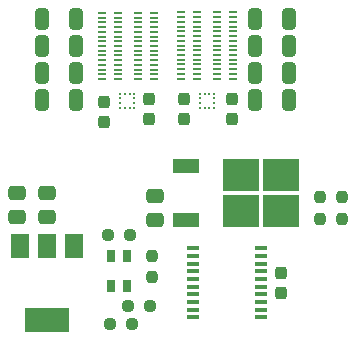
<source format=gtp>
%TF.GenerationSoftware,KiCad,Pcbnew,(6.0.0)*%
%TF.CreationDate,2022-02-23T23:52:37-08:00*%
%TF.ProjectId,motor-controller,6d6f746f-722d-4636-9f6e-74726f6c6c65,rev?*%
%TF.SameCoordinates,Original*%
%TF.FileFunction,Paste,Top*%
%TF.FilePolarity,Positive*%
%FSLAX46Y46*%
G04 Gerber Fmt 4.6, Leading zero omitted, Abs format (unit mm)*
G04 Created by KiCad (PCBNEW (6.0.0)) date 2022-02-23 23:52:37*
%MOMM*%
%LPD*%
G01*
G04 APERTURE LIST*
G04 Aperture macros list*
%AMRoundRect*
0 Rectangle with rounded corners*
0 $1 Rounding radius*
0 $2 $3 $4 $5 $6 $7 $8 $9 X,Y pos of 4 corners*
0 Add a 4 corners polygon primitive as box body*
4,1,4,$2,$3,$4,$5,$6,$7,$8,$9,$2,$3,0*
0 Add four circle primitives for the rounded corners*
1,1,$1+$1,$2,$3*
1,1,$1+$1,$4,$5*
1,1,$1+$1,$6,$7*
1,1,$1+$1,$8,$9*
0 Add four rect primitives between the rounded corners*
20,1,$1+$1,$2,$3,$4,$5,0*
20,1,$1+$1,$4,$5,$6,$7,0*
20,1,$1+$1,$6,$7,$8,$9,0*
20,1,$1+$1,$8,$9,$2,$3,0*%
G04 Aperture macros list end*
%ADD10RoundRect,0.237500X-0.237500X0.250000X-0.237500X-0.250000X0.237500X-0.250000X0.237500X0.250000X0*%
%ADD11RoundRect,0.237500X0.237500X-0.300000X0.237500X0.300000X-0.237500X0.300000X-0.237500X-0.300000X0*%
%ADD12RoundRect,0.250000X0.325000X0.650000X-0.325000X0.650000X-0.325000X-0.650000X0.325000X-0.650000X0*%
%ADD13R,1.000000X0.400000*%
%ADD14C,0.249936*%
%ADD15C,0.250000*%
%ADD16R,3.050000X2.750000*%
%ADD17R,2.200000X1.200000*%
%ADD18RoundRect,0.237500X-0.250000X-0.237500X0.250000X-0.237500X0.250000X0.237500X-0.250000X0.237500X0*%
%ADD19RoundRect,0.237500X0.237500X-0.250000X0.237500X0.250000X-0.237500X0.250000X-0.237500X-0.250000X0*%
%ADD20RoundRect,0.100000X0.260000X0.000000X0.260000X0.000000X-0.260000X0.000000X-0.260000X0.000000X0*%
%ADD21R,1.500000X2.000000*%
%ADD22R,3.800000X2.000000*%
%ADD23RoundRect,0.250000X0.475000X-0.337500X0.475000X0.337500X-0.475000X0.337500X-0.475000X-0.337500X0*%
%ADD24R,0.800000X1.000000*%
%ADD25RoundRect,0.237500X0.250000X0.237500X-0.250000X0.237500X-0.250000X-0.237500X0.250000X-0.237500X0*%
G04 APERTURE END LIST*
D10*
%TO.C,R9*%
X155181035Y-171452651D03*
X155181035Y-173277651D03*
%TD*%
D11*
%TO.C,C12*%
X166116000Y-174598500D03*
X166116000Y-172873500D03*
%TD*%
D12*
%TO.C,C19*%
X148795000Y-155964516D03*
X145845000Y-155964516D03*
%TD*%
D13*
%TO.C,U4*%
X164444000Y-176661000D03*
X164444000Y-176011000D03*
X164444000Y-175361000D03*
X164444000Y-174711000D03*
X164444000Y-174061000D03*
X164444000Y-173411000D03*
X164444000Y-172761000D03*
X164444000Y-172111000D03*
X164444000Y-171461000D03*
X164444000Y-170811000D03*
X158644000Y-170811000D03*
X158644000Y-171461000D03*
X158644000Y-172111000D03*
X158644000Y-172761000D03*
X158644000Y-173411000D03*
X158644000Y-174061000D03*
X158644000Y-174711000D03*
X158644000Y-175361000D03*
X158644000Y-176011000D03*
X158644000Y-176661000D03*
%TD*%
D14*
%TO.C,U2*%
X160445763Y-157704516D03*
D15*
X160445763Y-158104515D03*
X160445763Y-158504516D03*
D14*
X160445763Y-158904516D03*
X160045763Y-157704516D03*
X160045763Y-158904516D03*
X159645763Y-157704516D03*
X159645763Y-158904516D03*
X159245763Y-157704516D03*
X159245763Y-158104515D03*
X159245763Y-158504516D03*
X159245763Y-158904516D03*
%TD*%
D12*
%TO.C,C5*%
X166829000Y-151384000D03*
X163879000Y-151384000D03*
%TD*%
%TO.C,C15*%
X166829000Y-155956000D03*
X163879000Y-155956000D03*
%TD*%
D16*
%TO.C,U6*%
X162731000Y-167641000D03*
X162731000Y-164591000D03*
X166081000Y-167641000D03*
X166081000Y-164591000D03*
D17*
X158106000Y-163836000D03*
X158106000Y-168396000D03*
%TD*%
D12*
%TO.C,C7*%
X148795000Y-153678516D03*
X145845000Y-153678516D03*
%TD*%
D18*
%TO.C,R10*%
X151636775Y-177223938D03*
X153461775Y-177223938D03*
%TD*%
D11*
%TO.C,C18*%
X161940279Y-159866500D03*
X161940279Y-158141500D03*
%TD*%
D19*
%TO.C,R13*%
X171241409Y-168298500D03*
X171241409Y-166473500D03*
%TD*%
D20*
%TO.C,Q4*%
X160722000Y-153641119D03*
X160722000Y-152841119D03*
X162052000Y-153241119D03*
X162052000Y-154041119D03*
X162052000Y-156041119D03*
X162052000Y-152441119D03*
X162052000Y-150841119D03*
X160722000Y-156441119D03*
X160722000Y-153241119D03*
X160722000Y-154441119D03*
X160722000Y-154841119D03*
X160722000Y-156041119D03*
X162052000Y-155641119D03*
X162052000Y-153641119D03*
X162052000Y-151641119D03*
X160722000Y-155241119D03*
X160722000Y-152041119D03*
X160722000Y-152441119D03*
X160722000Y-155641119D03*
X162052000Y-152841119D03*
X162052000Y-154441119D03*
X160722000Y-151641119D03*
X160722000Y-151241119D03*
X162052000Y-156441119D03*
X162052000Y-155241119D03*
X162052000Y-154841119D03*
X160722000Y-150841119D03*
X162052000Y-151241119D03*
X162052000Y-152041119D03*
X160722000Y-154041119D03*
%TD*%
D18*
%TO.C,R11*%
X153158602Y-175709463D03*
X154983602Y-175709463D03*
%TD*%
D11*
%TO.C,C17*%
X157876279Y-159866500D03*
X157876279Y-158141500D03*
%TD*%
D20*
%TO.C,Q2*%
X155351000Y-155678516D03*
X154021000Y-151678516D03*
X154021000Y-153278516D03*
X154021000Y-154078516D03*
X155351000Y-156478516D03*
X155351000Y-152478516D03*
X154021000Y-152478516D03*
X154021000Y-151278516D03*
X154021000Y-154878516D03*
X155351000Y-156078516D03*
X154021000Y-154478516D03*
X155351000Y-152878516D03*
X155351000Y-153278516D03*
X155351000Y-153678516D03*
X155351000Y-150878516D03*
X154021000Y-155678516D03*
X155351000Y-154078516D03*
X154021000Y-150878516D03*
X154021000Y-155278516D03*
X155351000Y-151278516D03*
X155351000Y-151678516D03*
X154021000Y-156078516D03*
X155351000Y-154878516D03*
X155351000Y-152078516D03*
X154021000Y-153678516D03*
X155351000Y-155278516D03*
X154021000Y-156478516D03*
X154021000Y-152878516D03*
X155351000Y-154478516D03*
X154021000Y-152078516D03*
%TD*%
D21*
%TO.C,U5*%
X148604000Y-170586000D03*
X146304000Y-170586000D03*
X144004000Y-170586000D03*
D22*
X146304000Y-176886000D03*
%TD*%
D11*
%TO.C,C1*%
X154946605Y-159868524D03*
X154946605Y-158143524D03*
%TD*%
D12*
%TO.C,C6*%
X148795000Y-151392516D03*
X145845000Y-151392516D03*
%TD*%
D10*
%TO.C,R12*%
X169418000Y-166473500D03*
X169418000Y-168298500D03*
%TD*%
D23*
%TO.C,C13*%
X146304000Y-168169500D03*
X146304000Y-166094500D03*
%TD*%
%TO.C,C10*%
X155448000Y-168423500D03*
X155448000Y-166348500D03*
%TD*%
D11*
%TO.C,C2*%
X151130000Y-160129016D03*
X151130000Y-158404016D03*
%TD*%
D14*
%TO.C,U1*%
X153699484Y-157713032D03*
D15*
X153699484Y-158113031D03*
X153699484Y-158513032D03*
D14*
X153699484Y-158913032D03*
X153299484Y-157713032D03*
X153299484Y-158913032D03*
X152899484Y-157713032D03*
X152899484Y-158913032D03*
X152499484Y-157713032D03*
X152499484Y-158113031D03*
X152499484Y-158513032D03*
X152499484Y-158913032D03*
%TD*%
D20*
%TO.C,Q1*%
X150973000Y-155678516D03*
X150973000Y-153678516D03*
X152303000Y-151678516D03*
X152303000Y-152078516D03*
X150973000Y-156078516D03*
X150973000Y-152878516D03*
X152303000Y-153278516D03*
X150973000Y-154878516D03*
X152303000Y-156078516D03*
X150973000Y-154478516D03*
X152303000Y-154878516D03*
X152303000Y-155278516D03*
X150973000Y-154078516D03*
X152303000Y-152878516D03*
X152303000Y-156478516D03*
X152303000Y-150878516D03*
X152303000Y-155678516D03*
X152303000Y-154078516D03*
X150973000Y-151278516D03*
X150973000Y-156478516D03*
X150973000Y-151678516D03*
X150973000Y-152078516D03*
X152303000Y-154478516D03*
X152303000Y-153678516D03*
X150973000Y-155278516D03*
X150973000Y-152478516D03*
X150973000Y-153278516D03*
X150973000Y-150878516D03*
X152303000Y-152478516D03*
X152303000Y-151278516D03*
%TD*%
D24*
%TO.C,D3*%
X153100000Y-171470000D03*
X151700000Y-171470000D03*
X151700000Y-173970000D03*
X153100000Y-173970000D03*
%TD*%
D25*
%TO.C,R14*%
X153312500Y-169672000D03*
X151487500Y-169672000D03*
%TD*%
D23*
%TO.C,C11*%
X143764000Y-168169500D03*
X143764000Y-166094500D03*
%TD*%
D12*
%TO.C,C3*%
X166829000Y-158242000D03*
X163879000Y-158242000D03*
%TD*%
%TO.C,C8*%
X166829000Y-153670000D03*
X163879000Y-153670000D03*
%TD*%
%TO.C,C9*%
X148795000Y-158250516D03*
X145845000Y-158250516D03*
%TD*%
D20*
%TO.C,Q3*%
X157674000Y-154841119D03*
X157674000Y-156041119D03*
X157674000Y-154041119D03*
X159004000Y-152841119D03*
X157674000Y-152041119D03*
X157674000Y-150841119D03*
X159004000Y-153241119D03*
X159004000Y-156441119D03*
X157674000Y-152441119D03*
X157674000Y-153641119D03*
X159004000Y-152041119D03*
X159004000Y-150841119D03*
X159004000Y-153641119D03*
X157674000Y-154441119D03*
X157674000Y-152841119D03*
X157674000Y-155241119D03*
X159004000Y-152441119D03*
X159004000Y-156041119D03*
X157674000Y-155641119D03*
X159004000Y-154841119D03*
X157674000Y-151641119D03*
X159004000Y-151241119D03*
X159004000Y-154441119D03*
X159004000Y-155241119D03*
X159004000Y-154041119D03*
X157674000Y-153241119D03*
X157674000Y-156441119D03*
X157674000Y-151241119D03*
X159004000Y-151641119D03*
X159004000Y-155641119D03*
%TD*%
M02*

</source>
